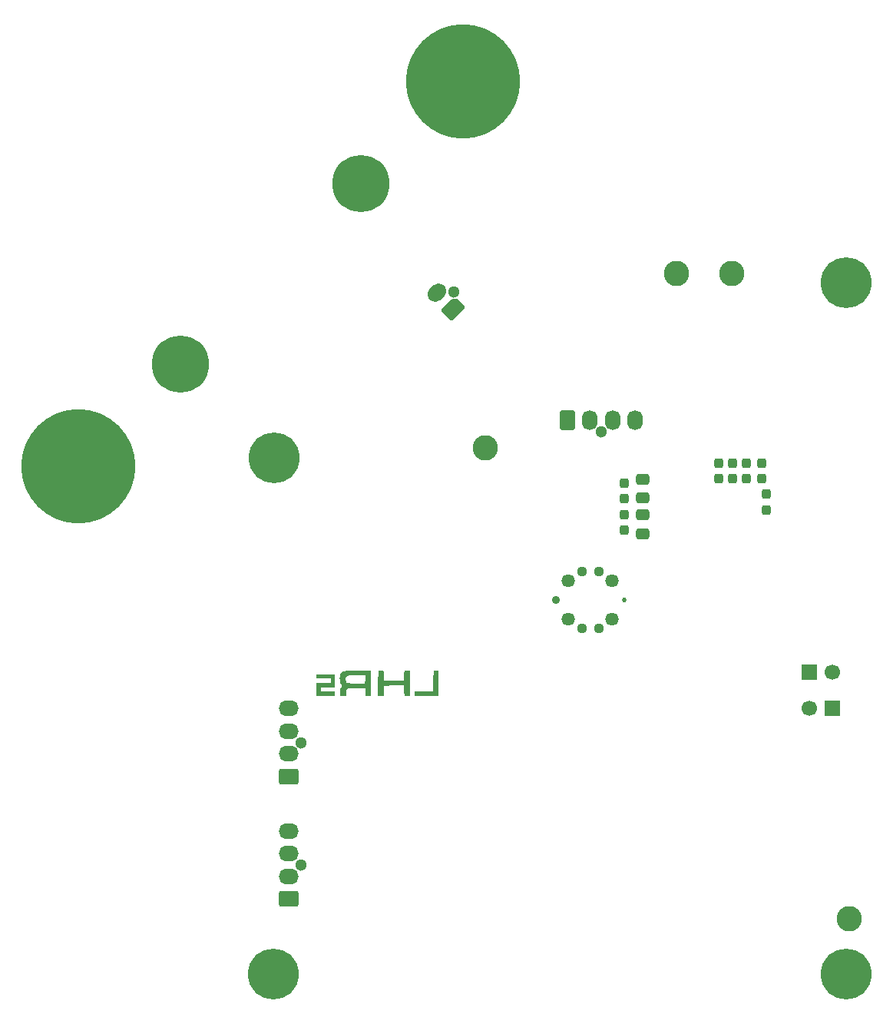
<source format=gbr>
%TF.GenerationSoftware,KiCad,Pcbnew,9.0.4*%
%TF.CreationDate,2025-10-11T12:31:30-05:00*%
%TF.ProjectId,PS-AmperesPCB,50532d41-6d70-4657-9265-735043422e6b,rev?*%
%TF.SameCoordinates,Original*%
%TF.FileFunction,Soldermask,Bot*%
%TF.FilePolarity,Negative*%
%FSLAX46Y46*%
G04 Gerber Fmt 4.6, Leading zero omitted, Abs format (unit mm)*
G04 Created by KiCad (PCBNEW 9.0.4) date 2025-10-11 12:31:30*
%MOMM*%
%LPD*%
G01*
G04 APERTURE LIST*
G04 Aperture macros list*
%AMRoundRect*
0 Rectangle with rounded corners*
0 $1 Rounding radius*
0 $2 $3 $4 $5 $6 $7 $8 $9 X,Y pos of 4 corners*
0 Add a 4 corners polygon primitive as box body*
4,1,4,$2,$3,$4,$5,$6,$7,$8,$9,$2,$3,0*
0 Add four circle primitives for the rounded corners*
1,1,$1+$1,$2,$3*
1,1,$1+$1,$4,$5*
1,1,$1+$1,$6,$7*
1,1,$1+$1,$8,$9*
0 Add four rect primitives between the rounded corners*
20,1,$1+$1,$2,$3,$4,$5,0*
20,1,$1+$1,$4,$5,$6,$7,0*
20,1,$1+$1,$6,$7,$8,$9,0*
20,1,$1+$1,$8,$9,$2,$3,0*%
%AMHorizOval*
0 Thick line with rounded ends*
0 $1 width*
0 $2 $3 position (X,Y) of the first rounded end (center of the circle)*
0 $4 $5 position (X,Y) of the second rounded end (center of the circle)*
0 Add line between two ends*
20,1,$1,$2,$3,$4,$5,0*
0 Add two circle primitives to create the rounded ends*
1,1,$1,$2,$3*
1,1,$1,$4,$5*%
%AMFreePoly0*
4,1,22,0.945671,0.830970,1.026777,0.776777,1.080970,0.695671,1.100000,0.600001,1.100000,-0.600001,1.080970,-0.695671,1.026777,-0.776777,0.945671,-0.830970,0.850000,-0.850000,-0.596447,-0.850000,-0.692118,-0.830970,-0.773224,-0.776777,-1.026777,-0.523224,-1.080970,-0.442118,-1.099999,-0.346447,-1.100000,0.600001,-1.080970,0.695671,-1.026777,0.776777,-0.945671,0.830970,-0.850000,0.850000,
0.850000,0.850000,0.945671,0.830970,0.945671,0.830970,$1*%
G04 Aperture macros list end*
%ADD10C,0.000000*%
%ADD11R,1.700000X1.700000*%
%ADD12C,1.700000*%
%ADD13C,1.300000*%
%ADD14RoundRect,0.250000X0.600000X-0.850000X0.600000X0.850000X-0.600000X0.850000X-0.600000X-0.850000X0*%
%ADD15O,1.700000X2.200000*%
%ADD16C,3.600000*%
%ADD17C,5.600000*%
%ADD18C,0.520000*%
%ADD19C,0.890000*%
%ADD20C,1.460000*%
%ADD21RoundRect,0.250000X0.850000X0.600000X-0.850000X0.600000X-0.850000X-0.600000X0.850000X-0.600000X0*%
%ADD22O,2.200000X1.700000*%
%ADD23C,2.800000*%
%ADD24FreePoly0,225.000000*%
%ADD25HorizOval,1.700000X-0.176777X-0.176777X0.176777X0.176777X0*%
%ADD26RoundRect,0.237500X-0.237500X0.300000X-0.237500X-0.300000X0.237500X-0.300000X0.237500X0.300000X0*%
%ADD27RoundRect,0.237500X0.237500X-0.300000X0.237500X0.300000X-0.237500X0.300000X-0.237500X-0.300000X0*%
%ADD28RoundRect,0.250000X0.475000X-0.337500X0.475000X0.337500X-0.475000X0.337500X-0.475000X-0.337500X0*%
%ADD29RoundRect,0.237500X0.250000X0.237500X-0.250000X0.237500X-0.250000X-0.237500X0.250000X-0.237500X0*%
%ADD30RoundRect,0.237500X-0.250000X-0.237500X0.250000X-0.237500X0.250000X0.237500X-0.250000X0.237500X0*%
%ADD31C,6.300000*%
%ADD32C,12.600000*%
%ADD33RoundRect,0.250000X-0.475000X0.337500X-0.475000X-0.337500X0.475000X-0.337500X0.475000X0.337500X0*%
G04 APERTURE END LIST*
D10*
%TO.C,LOGO1*%
G36*
X144230766Y-105217489D02*
G01*
X144244161Y-106616000D01*
X142907848Y-106616000D01*
X141571536Y-106615999D01*
X141571536Y-106365059D01*
X141571536Y-106114119D01*
X142592072Y-106100476D01*
X143612607Y-106086833D01*
X143637806Y-104952905D01*
X143663004Y-103818976D01*
X143940187Y-103818976D01*
X144217369Y-103818976D01*
X144230766Y-105217489D01*
G37*
G36*
X132788600Y-104944968D02*
G01*
X132788600Y-105650524D01*
X132007449Y-105650524D01*
X131226299Y-105650524D01*
X131226299Y-105902508D01*
X131226299Y-106154492D01*
X132007449Y-106154492D01*
X132788600Y-106154492D01*
X132788600Y-106381278D01*
X132788600Y-106608063D01*
X131780664Y-106608063D01*
X130772727Y-106608063D01*
X130772727Y-105902508D01*
X130772727Y-105196952D01*
X131553878Y-105196952D01*
X132335029Y-105196952D01*
X132335029Y-104944968D01*
X132335029Y-104692984D01*
X131553878Y-104692984D01*
X130772727Y-104692984D01*
X130772727Y-104466198D01*
X130772727Y-104239413D01*
X131780664Y-104239414D01*
X132788600Y-104239413D01*
X132788600Y-104944968D01*
G37*
G36*
X138058610Y-103803105D02*
G01*
X138134819Y-103852509D01*
X138176829Y-103955780D01*
X138196539Y-104128555D01*
X138205849Y-104386474D01*
X138220147Y-104927706D01*
X139303679Y-104927706D01*
X140387211Y-104927706D01*
X140401753Y-104426561D01*
X140407724Y-104289801D01*
X140424549Y-104087243D01*
X140447325Y-103934573D01*
X140472872Y-103857244D01*
X140478237Y-103851420D01*
X140586810Y-103808861D01*
X140785909Y-103804025D01*
X141042369Y-103818976D01*
X141055770Y-105219914D01*
X141069171Y-106620851D01*
X140753389Y-106605826D01*
X140437607Y-106590801D01*
X140423349Y-106022858D01*
X140409089Y-105454916D01*
X139314618Y-105468494D01*
X138220148Y-105482071D01*
X138205897Y-106049036D01*
X138191648Y-106616000D01*
X137864922Y-106615999D01*
X137538196Y-106616000D01*
X137551592Y-105217488D01*
X137564988Y-103818976D01*
X137761772Y-103802870D01*
X137936302Y-103791930D01*
X138058610Y-103803105D01*
G37*
G36*
X136783838Y-105231047D02*
G01*
X136783838Y-106616000D01*
X136456258Y-106616000D01*
X136128679Y-106616000D01*
X136128679Y-106187627D01*
X136128679Y-105759254D01*
X135174797Y-105759254D01*
X134220914Y-105759254D01*
X134116464Y-105892042D01*
X134066702Y-105970352D01*
X134024258Y-106113712D01*
X134012012Y-106320415D01*
X134012012Y-106616000D01*
X133678268Y-106616000D01*
X133344524Y-106615999D01*
X133366162Y-106163429D01*
X133367966Y-106126905D01*
X133383284Y-105909634D01*
X133406370Y-105764775D01*
X133443037Y-105667351D01*
X133499101Y-105592385D01*
X133508312Y-105582572D01*
X133575303Y-105502382D01*
X133575470Y-105450076D01*
X133511229Y-105384160D01*
X133467177Y-105328966D01*
X133396905Y-105168348D01*
X133346412Y-104959805D01*
X133328985Y-104795462D01*
X133986814Y-104795462D01*
X133987193Y-104830498D01*
X134011405Y-105021962D01*
X134076747Y-105140093D01*
X134093250Y-105154897D01*
X134143741Y-105183551D01*
X134222459Y-105204885D01*
X134343919Y-105220404D01*
X134522635Y-105231610D01*
X134773118Y-105240007D01*
X135109881Y-105247098D01*
X135111442Y-105247126D01*
X135410255Y-105250519D01*
X135674036Y-105249761D01*
X135886356Y-105245204D01*
X136030781Y-105237198D01*
X136090882Y-105226099D01*
X136096784Y-105215012D01*
X136113059Y-105123374D01*
X136124412Y-104965653D01*
X136128679Y-104768116D01*
X136128679Y-104348143D01*
X135176722Y-104348143D01*
X134921536Y-104348554D01*
X134649360Y-104351123D01*
X134451812Y-104357247D01*
X134313786Y-104368287D01*
X134220177Y-104385601D01*
X134155880Y-104410546D01*
X134105790Y-104444484D01*
X134035190Y-104519197D01*
X133996809Y-104626129D01*
X133986814Y-104795462D01*
X133328985Y-104795462D01*
X133322819Y-104737314D01*
X133333248Y-104534856D01*
X133361907Y-104375132D01*
X133402328Y-104218094D01*
X133459418Y-104093992D01*
X133543692Y-103998721D01*
X133665666Y-103928178D01*
X133835856Y-103878257D01*
X134064777Y-103844856D01*
X134362945Y-103823869D01*
X134740875Y-103811193D01*
X135209083Y-103802724D01*
X135532211Y-103798880D01*
X135869596Y-103797106D01*
X136165753Y-103797903D01*
X136405795Y-103801149D01*
X136574836Y-103806726D01*
X136657993Y-103814509D01*
X136783838Y-103846095D01*
X136783838Y-104768116D01*
X136783838Y-105231047D01*
G37*
%TD*%
D11*
%TO.C,J4*%
X185089800Y-103962200D03*
D12*
X187629800Y-103962200D03*
%TD*%
D13*
%TO.C,J3*%
X162142237Y-77539790D03*
D14*
X158392237Y-76199790D03*
D15*
X160892237Y-76199790D03*
X163392237Y-76199790D03*
X165892237Y-76199790D03*
%TD*%
D16*
%TO.C,H1*%
X189179200Y-61036200D03*
D17*
X189179200Y-61036200D03*
%TD*%
D18*
%TO.C,J5*%
X164699428Y-96041590D03*
D19*
X157199428Y-96041590D03*
D20*
X163349428Y-98191590D03*
X158549428Y-98191590D03*
X158549428Y-93891590D03*
X163349428Y-93891590D03*
%TD*%
D13*
%TO.C,J2*%
X129049037Y-125241790D03*
D21*
X127709037Y-128991790D03*
D22*
X127709037Y-126491790D03*
X127709037Y-123991790D03*
X127709037Y-121491790D03*
%TD*%
D23*
%TO.C,TP18*%
X170484800Y-60096400D03*
%TD*%
%TO.C,TP19*%
X189484000Y-131216400D03*
%TD*%
D11*
%TO.C,JP1*%
X187653036Y-107947890D03*
D12*
X185113036Y-107947890D03*
%TD*%
D23*
%TO.C,TP1*%
X176580800Y-60096400D03*
%TD*%
D16*
%TO.C,H2*%
X126087763Y-80416400D03*
D17*
X126087763Y-80416400D03*
%TD*%
D13*
%TO.C,J1*%
X129049037Y-111759791D03*
D21*
X127709037Y-115509791D03*
D22*
X127709037Y-113009791D03*
X127709037Y-110509791D03*
X127709037Y-108009791D03*
%TD*%
D16*
%TO.C,H3*%
X125984000Y-137287000D03*
D17*
X125984000Y-137287000D03*
%TD*%
D16*
%TO.C,H4*%
X189179200Y-137261600D03*
D17*
X189179200Y-137261600D03*
%TD*%
D23*
%TO.C,TP17*%
X149402800Y-79273400D03*
%TD*%
D13*
%TO.C,J6*%
X145897600Y-62128400D03*
D24*
X145833960Y-63959807D03*
D25*
X144066193Y-62192040D03*
%TD*%
D26*
%TO.C,C24*%
X179806600Y-80972090D03*
X179806600Y-82697090D03*
%TD*%
%TO.C,C26*%
X176606200Y-80972090D03*
X176606200Y-82697090D03*
%TD*%
%TO.C,FB1*%
X175082200Y-80972090D03*
X175082200Y-82697090D03*
%TD*%
D27*
%TO.C,C36*%
X164719000Y-84859201D03*
X164719000Y-83134201D03*
%TD*%
D26*
%TO.C,C23*%
X178181000Y-80972090D03*
X178181000Y-82697090D03*
%TD*%
D28*
%TO.C,C35*%
X166700200Y-84804201D03*
X166700200Y-82729201D03*
%TD*%
D29*
%TO.C,R22*%
X161885528Y-99198390D03*
X160060528Y-99198390D03*
%TD*%
D30*
%TO.C,R23*%
X160036928Y-92899190D03*
X161861928Y-92899190D03*
%TD*%
D31*
%TO.C,R39*%
X115747420Y-70054231D03*
X135687831Y-50113820D03*
D32*
X104504422Y-81297229D03*
X146930829Y-38870822D03*
%TD*%
D33*
%TO.C,C32*%
X166700200Y-86671501D03*
X166700200Y-88746501D03*
%TD*%
D27*
%TO.C,FB2*%
X180388637Y-86103591D03*
X180388637Y-84378591D03*
%TD*%
D26*
%TO.C,C33*%
X164721533Y-86616501D03*
X164721533Y-88341501D03*
%TD*%
M02*

</source>
